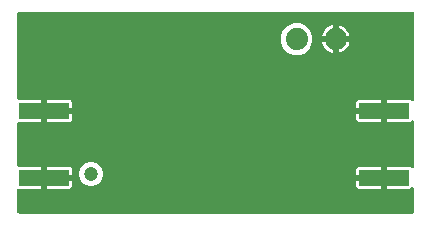
<source format=gbr>
G04 ===== Begin FILE IDENTIFICATION =====*
G04 File Format:  Gerber RS274X*
G04 ===== End FILE IDENTIFICATION =====*
%FSLAX24Y24*%
%MOMM*%
%SFA1.0000B1.0000*%
%OFA0.0B0.0*%
%ADD14R,4.200000X1.350000*%
%ADD15C,1.879600*%
%ADD16C,1.200200*%
%LNcopper_bottom*%
%IPPOS*%
%LPD*%
G75*
G36*
G01X17529Y233671D02*
G01X17531Y233650D01*
G01X17527Y233590D01*
G01Y198210D01*
G01X17542Y198092D01*
G01X17549Y197973D01*
G01X17562Y197935D01*
G01X17567Y197894D01*
G01X17610Y197784D01*
G01X17647Y197671D01*
G01X17669Y197636D01*
G01X17684Y197599D01*
G01X17754Y197502D01*
G01X17817Y197402D01*
G01X17847Y197374D01*
G01X17870Y197341D01*
G01X17962Y197265D01*
G01X18049Y197184D01*
G01X18084Y197164D01*
G01X18115Y197139D01*
G01X18223Y197088D01*
G01X18327Y197030D01*
G01X18367Y197020D01*
G01X18403Y197003D01*
G01X18520Y196981D01*
G01X18635Y196951D01*
G01X18695Y196947D01*
G01X18715Y196943D01*
G01X18736Y196945D01*
G01X18796Y196941D01*
G01X37561D01*
G01Y188920D01*
G01X37576Y188802D01*
G01X37583Y188683D01*
G01X37596Y188645D01*
G01X37601Y188605D01*
G01X37645Y188494D01*
G01X37681Y188381D01*
G01X37703Y188346D01*
G01X37718Y188309D01*
G01X37788Y188213D01*
G01X37851Y188112D01*
G01X37881Y188084D01*
G01X37905Y188052D01*
G01X37996Y187976D01*
G01X38083Y187894D01*
G01X38118Y187875D01*
G01X38149Y187849D01*
G01X38257Y187798D01*
G01X38361Y187741D01*
G01X38401Y187730D01*
G01X38437Y187713D01*
G01X38554Y187691D01*
G01X38669Y187661D01*
G01X38730Y187657D01*
G01X38750Y187653D01*
G01X38770Y187655D01*
G01X38830Y187651D01*
G01X40101D01*
G01Y187649D01*
G01X38830D01*
G01X38712Y187634D01*
G01X38593Y187627D01*
G01X38555Y187614D01*
G01X38515Y187609D01*
G01X38404Y187565D01*
G01X38291Y187529D01*
G01X38256Y187507D01*
G01X38219Y187492D01*
G01X38123Y187422D01*
G01X38022Y187359D01*
G01X37994Y187329D01*
G01X37961Y187305D01*
G01X37886Y187214D01*
G01X37804Y187127D01*
G01X37784Y187092D01*
G01X37759Y187060D01*
G01X37708Y186953D01*
G01X37650Y186849D01*
G01X37640Y186809D01*
G01X37623Y186773D01*
G01X37601Y186656D01*
G01X37571Y186541D01*
G01X37567Y186480D01*
G01X37563Y186460D01*
G01X37565Y186440D01*
G01X37561Y186380D01*
G01Y178359D01*
G01X18796D01*
G01X18678Y178344D01*
G01X18559Y178337D01*
G01X18521Y178324D01*
G01X18480Y178319D01*
G01X18370Y178276D01*
G01X18257Y178239D01*
G01X18222Y178217D01*
G01X18185Y178202D01*
G01X18089Y178133D01*
G01X17988Y178069D01*
G01X17960Y178039D01*
G01X17927Y178016D01*
G01X17851Y177924D01*
G01X17770Y177837D01*
G01X17750Y177802D01*
G01X17725Y177771D01*
G01X17674Y177663D01*
G01X17616Y177559D01*
G01X17606Y177519D01*
G01X17589Y177483D01*
G01X17567Y177366D01*
G01X17537Y177251D01*
G01X17533Y177191D01*
G01X17529Y177171D01*
G01X17531Y177150D01*
G01X17527Y177090D01*
G01Y158496D01*
G01X17542Y158378D01*
G01X17549Y158259D01*
G01X17562Y158221D01*
G01X17567Y158180D01*
G01X17610Y158070D01*
G01X17647Y157957D01*
G01X17669Y157922D01*
G01X17684Y157885D01*
G01X17753Y157789D01*
G01X17817Y157688D01*
G01X17847Y157660D01*
G01X17870Y157627D01*
G01X17962Y157551D01*
G01X18049Y157470D01*
G01X18084Y157450D01*
G01X18115Y157425D01*
G01X18223Y157374D01*
G01X18327Y157316D01*
G01X18367Y157306D01*
G01X18403Y157289D01*
G01X18520Y157267D01*
G01X18635Y157237D01*
G01X18695Y157233D01*
G01X18715Y157229D01*
G01X18736Y157231D01*
G01X18796Y157227D01*
G01X352044D01*
G01X352162Y157242D01*
G01X352281Y157249D01*
G01X352319Y157262D01*
G01X352360Y157267D01*
G01X352470Y157310D01*
G01X352583Y157347D01*
G01X352618Y157369D01*
G01X352655Y157384D01*
G01X352751Y157453D01*
G01X352852Y157517D01*
G01X352880Y157547D01*
G01X352913Y157570D01*
G01X352989Y157662D01*
G01X353070Y157749D01*
G01X353090Y157784D01*
G01X353115Y157815D01*
G01X353166Y157923D01*
G01X353224Y158027D01*
G01X353234Y158067D01*
G01X353251Y158103D01*
G01X353273Y158220D01*
G01X353303Y158335D01*
G01X353307Y158395D01*
G01X353311Y158415D01*
G01X353309Y158436D01*
G01X353313Y158496D01*
G01Y178356D01*
G01X353296Y178494D01*
G01X353283Y178632D01*
G01X353276Y178651D01*
G01X353273Y178671D01*
G01X353222Y178801D01*
G01X353175Y178932D01*
G01X353164Y178948D01*
G01X353156Y178967D01*
G01X353075Y179080D01*
G01X352997Y179195D01*
G01X352981Y179208D01*
G01X352970Y179224D01*
G01X352862Y179314D01*
G01X352758Y179405D01*
G01X352740Y179414D01*
G01X352725Y179427D01*
G01X352599Y179487D01*
G01X352475Y179550D01*
G01X352455Y179554D01*
G01X352437Y179563D01*
G01X352301Y179589D01*
G01X352165Y179619D01*
G01X352144D01*
G01X352125Y179623D01*
G01X351986Y179614D01*
G01X351847Y179610D01*
G01X351827Y179604D01*
G01X351807Y179603D01*
G01X351675Y179560D01*
G01X351541Y179521D01*
G01X351524Y179511D01*
G01X351505Y179505D01*
G01X351387Y179431D01*
G01X351267Y179360D01*
G01X351246Y179341D01*
G01X351236Y179335D01*
G01X351222Y179320D01*
G01X351146Y179253D01*
G01X350760Y178867D01*
G01X350181Y178532D01*
G01X349534Y178359D01*
G01X330739D01*
G01Y186380D01*
G01X330724Y186498D01*
G01X330717Y186617D01*
G01X330704Y186655D01*
G01X330699Y186695D01*
G01X330655Y186806D01*
G01X330619Y186919D01*
G01X330597Y186954D01*
G01X330582Y186991D01*
G01X330512Y187087D01*
G01X330449Y187188D01*
G01X330419Y187216D01*
G01X330395Y187248D01*
G01X330304Y187324D01*
G01X330217Y187406D01*
G01X330182Y187425D01*
G01X330150Y187451D01*
G01X330043Y187502D01*
G01X329939Y187559D01*
G01X329899Y187570D01*
G01X329863Y187587D01*
G01X329746Y187609D01*
G01X329631Y187639D01*
G01X329570Y187643D01*
G01X329550Y187647D01*
G01X329530Y187645D01*
G01X329470Y187649D01*
G01X328199D01*
G01Y187651D01*
G01X329470D01*
G01X329588Y187666D01*
G01X329707Y187673D01*
G01X329745Y187686D01*
G01X329785Y187691D01*
G01X329896Y187735D01*
G01X330009Y187771D01*
G01X330044Y187793D01*
G01X330081Y187808D01*
G01X330177Y187878D01*
G01X330278Y187941D01*
G01X330306Y187971D01*
G01X330338Y187995D01*
G01X330414Y188086D01*
G01X330496Y188173D01*
G01X330515Y188208D01*
G01X330541Y188240D01*
G01X330592Y188347D01*
G01X330649Y188451D01*
G01X330660Y188491D01*
G01X330677Y188527D01*
G01X330699Y188644D01*
G01X330729Y188759D01*
G01X330733Y188820D01*
G01X330737Y188840D01*
G01X330735Y188860D01*
G01X330736Y188876D01*
G01X330737Y188877D01*
G01Y188879D01*
G01X330739Y188920D01*
G01Y196941D01*
G01X349534D01*
G01X350181Y196768D01*
G01X350760Y196433D01*
G01X351146Y196047D01*
G01X351256Y195961D01*
G01X351363Y195873D01*
G01X351382Y195864D01*
G01X351398Y195852D01*
G01X351526Y195796D01*
G01X351651Y195737D01*
G01X351671Y195733D01*
G01X351690Y195725D01*
G01X351828Y195703D01*
G01X351964Y195677D01*
G01X351984Y195679D01*
G01X352004Y195675D01*
G01X352143Y195689D01*
G01X352281Y195697D01*
G01X352300Y195703D01*
G01X352320Y195705D01*
G01X352451Y195752D01*
G01X352583Y195795D01*
G01X352601Y195806D01*
G01X352620Y195813D01*
G01X352734Y195891D01*
G01X352852Y195965D01*
G01X352866Y195980D01*
G01X352883Y195991D01*
G01X352975Y196095D01*
G01X353070Y196197D01*
G01X353080Y196215D01*
G01X353093Y196230D01*
G01X353156Y196354D01*
G01X353224Y196475D01*
G01X353229Y196495D01*
G01X353238Y196513D01*
G01X353268Y196649D01*
G01X353303Y196783D01*
G01X353305Y196811D01*
G01X353308Y196823D01*
G01X353307Y196844D01*
G01X353313Y196944D01*
G01Y234856D01*
G01X353296Y234994D01*
G01X353283Y235132D01*
G01X353276Y235151D01*
G01X353273Y235171D01*
G01X353222Y235301D01*
G01X353175Y235432D01*
G01X353164Y235448D01*
G01X353156Y235467D01*
G01X353075Y235580D01*
G01X352997Y235695D01*
G01X352981Y235708D01*
G01X352970Y235724D01*
G01X352862Y235814D01*
G01X352758Y235905D01*
G01X352740Y235914D01*
G01X352725Y235927D01*
G01X352599Y235987D01*
G01X352475Y236050D01*
G01X352455Y236054D01*
G01X352437Y236063D01*
G01X352301Y236089D01*
G01X352165Y236119D01*
G01X352144D01*
G01X352125Y236123D01*
G01X351986Y236114D01*
G01X351847Y236110D01*
G01X351827Y236104D01*
G01X351807Y236103D01*
G01X351675Y236060D01*
G01X351541Y236021D01*
G01X351524Y236011D01*
G01X351505Y236005D01*
G01X351387Y235930D01*
G01X351267Y235860D01*
G01X351246Y235841D01*
G01X351236Y235835D01*
G01X351222Y235820D01*
G01X351146Y235753D01*
G01X350760Y235367D01*
G01X350181Y235032D01*
G01X349534Y234859D01*
G01X330739D01*
G01Y242880D01*
G01X330724Y242998D01*
G01X330717Y243117D01*
G01X330704Y243155D01*
G01X330699Y243195D01*
G01X330655Y243306D01*
G01X330619Y243419D01*
G01X330597Y243454D01*
G01X330582Y243491D01*
G01X330512Y243587D01*
G01X330449Y243688D01*
G01X330419Y243716D01*
G01X330395Y243748D01*
G01X330304Y243824D01*
G01X330217Y243906D01*
G01X330182Y243925D01*
G01X330150Y243951D01*
G01X330043Y244002D01*
G01X329939Y244059D01*
G01X329899Y244070D01*
G01X329863Y244087D01*
G01X329746Y244109D01*
G01X329631Y244139D01*
G01X329570Y244143D01*
G01X329550Y244147D01*
G01X329530Y244145D01*
G01X329470Y244149D01*
G01X328199D01*
G01Y244151D01*
G01X329470D01*
G01X329588Y244166D01*
G01X329707Y244173D01*
G01X329745Y244186D01*
G01X329785Y244191D01*
G01X329896Y244235D01*
G01X330009Y244271D01*
G01X330044Y244293D01*
G01X330081Y244308D01*
G01X330177Y244378D01*
G01X330278Y244441D01*
G01X330306Y244471D01*
G01X330338Y244495D01*
G01X330414Y244586D01*
G01X330496Y244673D01*
G01X330515Y244708D01*
G01X330541Y244740D01*
G01X330592Y244847D01*
G01X330649Y244951D01*
G01X330660Y244991D01*
G01X330677Y245027D01*
G01X330699Y245144D01*
G01X330729Y245259D01*
G01X330733Y245320D01*
G01X330737Y245340D01*
G01X330735Y245360D01*
G01X330739Y245420D01*
G01Y253441D01*
G01X349534D01*
G01X350181Y253268D01*
G01X350760Y252933D01*
G01X351146Y252547D01*
G01X351256Y252461D01*
G01X351363Y252373D01*
G01X351382Y252364D01*
G01X351398Y252352D01*
G01X351526Y252296D01*
G01X351651Y252237D01*
G01X351671Y252233D01*
G01X351690Y252225D01*
G01X351828Y252203D01*
G01X351964Y252177D01*
G01X351984Y252179D01*
G01X352004Y252175D01*
G01X352143Y252189D01*
G01X352281Y252197D01*
G01X352300Y252203D01*
G01X352320Y252205D01*
G01X352451Y252252D01*
G01X352583Y252295D01*
G01X352601Y252306D01*
G01X352620Y252313D01*
G01X352734Y252391D01*
G01X352852Y252465D01*
G01X352866Y252480D01*
G01X352883Y252491D01*
G01X352975Y252595D01*
G01X353070Y252697D01*
G01X353080Y252715D01*
G01X353093Y252730D01*
G01X353156Y252854D01*
G01X353224Y252975D01*
G01X353229Y252995D01*
G01X353238Y253013D01*
G01X353268Y253149D01*
G01X353303Y253283D01*
G01X353305Y253311D01*
G01X353308Y253323D01*
G01X353307Y253344D01*
G01X353313Y253444D01*
G01Y326644D01*
G01X353298Y326762D01*
G01X353291Y326881D01*
G01X353278Y326919D01*
G01X353273Y326960D01*
G01X353230Y327070D01*
G01X353193Y327183D01*
G01X353171Y327218D01*
G01X353156Y327255D01*
G01X353087Y327351D01*
G01X353023Y327452D01*
G01X352993Y327480D01*
G01X352970Y327513D01*
G01X352878Y327589D01*
G01X352791Y327670D01*
G01X352756Y327690D01*
G01X352725Y327715D01*
G01X352617Y327766D01*
G01X352513Y327824D01*
G01X352473Y327834D01*
G01X352437Y327851D01*
G01X352320Y327873D01*
G01X352205Y327903D01*
G01X352145Y327907D01*
G01X352125Y327911D01*
G01X352104Y327909D01*
G01X352044Y327913D01*
G01X306866D01*
G01Y253441D01*
G01X325661D01*
G01Y246689D01*
G01X304659D01*
G01Y241611D01*
G01X325661D01*
G01Y234859D01*
G01X306866D01*
G01Y196941D01*
G01X325661D01*
G01Y190189D01*
G01X304659D01*
G01Y185111D01*
G01X325661D01*
G01Y178359D01*
G01X306866D01*
G01X306219Y178532D01*
G01X305640Y178867D01*
G01X305167Y179340D01*
G01X304832Y179919D01*
G01X304659Y180566D01*
G01Y185111D01*
G01Y190189D01*
G01Y194734D01*
G01X304832Y195381D01*
G01X305167Y195960D01*
G01X305640Y196433D01*
G01X306219Y196768D01*
G01X306866Y196941D01*
G01Y234859D01*
G01X306219Y235032D01*
G01X305640Y235367D01*
G01X305167Y235840D01*
G01X304832Y236419D01*
G01X304659Y237066D01*
G01Y241611D01*
G01Y246689D01*
G01Y251234D01*
G01X304832Y251881D01*
G01X305167Y252460D01*
G01X305640Y252933D01*
G01X306219Y253268D01*
G01X306866Y253441D01*
G01Y327913D01*
G01X289559D01*
G01Y316485D01*
G01X289816Y316445D01*
G01X291603Y315864D01*
G01X293277Y315011D01*
G01X294798Y313906D01*
G01X296126Y312578D01*
G01X297231Y311057D01*
G01X298084Y309383D01*
G01X298665Y307596D01*
G01X298705Y307339D01*
G01X289559D01*
G01Y302261D01*
G01X298705D01*
G01X298665Y302004D01*
G01X298084Y300217D01*
G01X297231Y298543D01*
G01X296126Y297022D01*
G01X294798Y295694D01*
G01X293277Y294589D01*
G01X291603Y293736D01*
G01X289816Y293155D01*
G01X289559Y293115D01*
G01Y302261D01*
G01Y307339D01*
G01Y316485D01*
G01Y327913D01*
G01X287019D01*
G01Y304801D01*
G01X287021D01*
G01Y304799D01*
G01X287019D01*
G01Y304801D01*
G01Y327913D01*
G01X284481D01*
G01Y316485D01*
G01Y307339D01*
G01X275335D01*
G01Y302261D01*
G01X284481D01*
G01Y293115D01*
G01X284224Y293155D01*
G01X282437Y293736D01*
G01X280763Y294589D01*
G01X279242Y295694D01*
G01X277914Y297022D01*
G01X276809Y298543D01*
G01X275956Y300217D01*
G01X275375Y302004D01*
G01X275335Y302261D01*
G01Y307339D01*
G01X275375Y307596D01*
G01X275956Y309383D01*
G01X276809Y311057D01*
G01X277914Y312578D01*
G01X279242Y313906D01*
G01X280763Y315011D01*
G01X282437Y315864D01*
G01X284224Y316445D01*
G01X284481Y316485D01*
G01Y327913D01*
G01X251335D01*
G01Y318199D01*
G01X256665D01*
G01X261590Y316159D01*
G01X265359Y312390D01*
G01X267399Y307465D01*
G01Y302135D01*
G01X265359Y297210D01*
G01X261590Y293441D01*
G01X256665Y291401D01*
G01X251335D01*
G01X246410Y293441D01*
G01X242641Y297210D01*
G01X240601Y302135D01*
G01Y307465D01*
G01X242641Y312390D01*
G01X246410Y316159D01*
G01X251335Y318199D01*
G01Y327913D01*
G01X77767D01*
G01Y200755D01*
G01X81745D01*
G01X85421Y199233D01*
G01X88235Y196419D01*
G01X89757Y192743D01*
G01Y188765D01*
G01X88235Y185089D01*
G01X85421Y182275D01*
G01X81745Y180753D01*
G01X77767D01*
G01X74091Y182275D01*
G01X71277Y185089D01*
G01X69755Y188765D01*
G01Y192743D01*
G01X71277Y196419D01*
G01X74091Y199233D01*
G01X77767Y200755D01*
G01Y327913D01*
G01X42639D01*
G01Y253441D01*
G01X61434D01*
G01X62081Y253268D01*
G01X62660Y252933D01*
G01X63133Y252460D01*
G01X63468Y251881D01*
G01X63641Y251234D01*
G01Y246689D01*
G01X42639D01*
G01Y241611D01*
G01X63641D01*
G01Y237066D01*
G01X63468Y236419D01*
G01X63133Y235840D01*
G01X62660Y235367D01*
G01X62081Y235032D01*
G01X61434Y234859D01*
G01X42639D01*
G01Y196941D01*
G01X61434D01*
G01X62081Y196768D01*
G01X62660Y196433D01*
G01X63133Y195960D01*
G01X63468Y195381D01*
G01X63641Y194734D01*
G01Y190189D01*
G01X42639D01*
G01Y185111D01*
G01X63641D01*
G01Y180566D01*
G01X63468Y179919D01*
G01X63133Y179340D01*
G01X62660Y178867D01*
G01X62081Y178532D01*
G01X61434Y178359D01*
G01X42639D01*
G01Y185111D01*
G01Y190189D01*
G01Y196941D01*
G01Y234859D01*
G01Y241611D01*
G01Y246689D01*
G01Y253441D01*
G01Y327913D01*
G01X18796D01*
G01X18678Y327898D01*
G01X18559Y327891D01*
G01X18521Y327878D01*
G01X18480Y327873D01*
G01X18370Y327830D01*
G01X18257Y327793D01*
G01X18222Y327771D01*
G01X18185Y327756D01*
G01X18089Y327687D01*
G01X17988Y327623D01*
G01X17960Y327593D01*
G01X17927Y327570D01*
G01X17851Y327478D01*
G01X17770Y327391D01*
G01X17750Y327356D01*
G01X17725Y327325D01*
G01X17674Y327217D01*
G01X17616Y327113D01*
G01X17606Y327073D01*
G01X17589Y327037D01*
G01X17567Y326920D01*
G01X17537Y326805D01*
G01X17533Y326745D01*
G01X17529Y326725D01*
G01X17531Y326704D01*
G01X17527Y326644D01*
G01Y254710D01*
G01X17542Y254592D01*
G01X17549Y254473D01*
G01X17562Y254435D01*
G01X17567Y254394D01*
G01X17610Y254284D01*
G01X17647Y254171D01*
G01X17669Y254136D01*
G01X17684Y254099D01*
G01X17754Y254002D01*
G01X17817Y253902D01*
G01X17847Y253874D01*
G01X17870Y253841D01*
G01X17962Y253765D01*
G01X18049Y253684D01*
G01X18084Y253664D01*
G01X18115Y253639D01*
G01X18223Y253588D01*
G01X18327Y253530D01*
G01X18367Y253520D01*
G01X18403Y253503D01*
G01X18520Y253481D01*
G01X18635Y253451D01*
G01X18695Y253447D01*
G01X18715Y253443D01*
G01X18736Y253445D01*
G01X18796Y253441D01*
G01X37561D01*
G01Y245420D01*
G01X37576Y245302D01*
G01X37583Y245183D01*
G01X37596Y245145D01*
G01X37601Y245105D01*
G01X37644Y244994D01*
G01X37681Y244881D01*
G01X37703Y244846D01*
G01X37718Y244809D01*
G01X37788Y244713D01*
G01X37851Y244612D01*
G01X37881Y244584D01*
G01X37905Y244552D01*
G01X37996Y244476D01*
G01X38083Y244394D01*
G01X38118Y244375D01*
G01X38149Y244349D01*
G01X38257Y244298D01*
G01X38361Y244241D01*
G01X38401Y244230D01*
G01X38437Y244213D01*
G01X38554Y244191D01*
G01X38669Y244161D01*
G01X38730Y244157D01*
G01X38750Y244153D01*
G01X38770Y244155D01*
G01X38830Y244151D01*
G01X40101D01*
G01Y244149D01*
G01X38830D01*
G01X38712Y244134D01*
G01X38593Y244127D01*
G01X38555Y244114D01*
G01X38515Y244109D01*
G01X38404Y244065D01*
G01X38291Y244029D01*
G01X38256Y244007D01*
G01X38219Y243992D01*
G01X38123Y243922D01*
G01X38022Y243859D01*
G01X37994Y243829D01*
G01X37961Y243805D01*
G01X37886Y243714D01*
G01X37804Y243627D01*
G01X37784Y243592D01*
G01X37759Y243560D01*
G01X37708Y243453D01*
G01X37650Y243349D01*
G01X37640Y243309D01*
G01X37623Y243273D01*
G01X37601Y243156D01*
G01X37571Y243041D01*
G01X37567Y242980D01*
G01X37563Y242960D01*
G01X37565Y242940D01*
G01X37561Y242880D01*
G01Y234859D01*
G01X18796D01*
G01X18678Y234844D01*
G01X18559Y234837D01*
G01X18521Y234824D01*
G01X18480Y234819D01*
G01X18370Y234776D01*
G01X18257Y234739D01*
G01X18222Y234717D01*
G01X18185Y234702D01*
G01X18089Y234633D01*
G01X17988Y234569D01*
G01X17960Y234539D01*
G01X17927Y234516D01*
G01X17851Y234424D01*
G01X17770Y234337D01*
G01X17750Y234302D01*
G01X17725Y234271D01*
G01X17674Y234163D01*
G01X17616Y234059D01*
G01X17606Y234019D01*
G01X17589Y233983D01*
G01X17567Y233866D01*
G01X17537Y233751D01*
G01X17533Y233691D01*
G01X17529Y233671D01*
G37*
D14*
X328200Y187650D03*
Y244150D03*
X40100D03*
Y187650D03*
D15*
X254000Y304800D03*
X287020D03*
D16*
X75438Y237490D03*
X102870Y190500D03*
X127000Y193040D03*
X169418Y233680D03*
X195834D03*
X194310Y197104D03*
X216408Y197358D03*
X285750Y271780D03*
X135890Y237490D03*
X285750Y195580D03*
X93472Y257556D03*
X260350Y238760D03*
X146050Y262890D03*
X283210Y237490D03*
X240030Y196850D03*
X107950Y240030D03*
X265430Y194310D03*
X184150Y262890D03*
X240030Y240030D03*
X79756Y190754D03*
G36*
G01X17529Y233671D02*
G01X17531Y233650D01*
G01X17527Y233590D01*
G01Y198210D01*
G01X17542Y198092D01*
G01X17549Y197973D01*
G01X17562Y197935D01*
G01X17567Y197894D01*
G01X17610Y197784D01*
G01X17647Y197671D01*
G01X17669Y197636D01*
G01X17684Y197599D01*
G01X17754Y197502D01*
G01X17817Y197402D01*
G01X17847Y197374D01*
G01X17870Y197341D01*
G01X17962Y197265D01*
G01X18049Y197184D01*
G01X18084Y197164D01*
G01X18115Y197139D01*
G01X18223Y197088D01*
G01X18327Y197030D01*
G01X18367Y197020D01*
G01X18403Y197003D01*
G01X18520Y196981D01*
G01X18635Y196951D01*
G01X18695Y196947D01*
G01X18715Y196943D01*
G01X18736Y196945D01*
G01X18796Y196941D01*
G01X37561D01*
G01Y188920D01*
G01X37576Y188802D01*
G01X37583Y188683D01*
G01X37596Y188645D01*
G01X37601Y188605D01*
G01X37645Y188494D01*
G01X37681Y188381D01*
G01X37703Y188346D01*
G01X37718Y188309D01*
G01X37788Y188213D01*
G01X37851Y188112D01*
G01X37881Y188084D01*
G01X37905Y188052D01*
G01X37996Y187976D01*
G01X38083Y187894D01*
G01X38118Y187875D01*
G01X38149Y187849D01*
G01X38257Y187798D01*
G01X38361Y187741D01*
G01X38401Y187730D01*
G01X38437Y187713D01*
G01X38554Y187691D01*
G01X38669Y187661D01*
G01X38730Y187657D01*
G01X38750Y187653D01*
G01X38770Y187655D01*
G01X38830Y187651D01*
G01X40101D01*
G01Y187649D01*
G01X38830D01*
G01X38712Y187634D01*
G01X38593Y187627D01*
G01X38555Y187614D01*
G01X38515Y187609D01*
G01X38404Y187565D01*
G01X38291Y187529D01*
G01X38256Y187507D01*
G01X38219Y187492D01*
G01X38123Y187422D01*
G01X38022Y187359D01*
G01X37994Y187329D01*
G01X37961Y187305D01*
G01X37886Y187214D01*
G01X37804Y187127D01*
G01X37784Y187092D01*
G01X37759Y187060D01*
G01X37708Y186953D01*
G01X37650Y186849D01*
G01X37640Y186809D01*
G01X37623Y186773D01*
G01X37601Y186656D01*
G01X37571Y186541D01*
G01X37567Y186480D01*
G01X37563Y186460D01*
G01X37565Y186440D01*
G01X37561Y186380D01*
G01Y178359D01*
G01X18796D01*
G01X18678Y178344D01*
G01X18559Y178337D01*
G01X18521Y178324D01*
G01X18480Y178319D01*
G01X18370Y178276D01*
G01X18257Y178239D01*
G01X18222Y178217D01*
G01X18185Y178202D01*
G01X18089Y178133D01*
G01X17988Y178069D01*
G01X17960Y178039D01*
G01X17927Y178016D01*
G01X17851Y177924D01*
G01X17770Y177837D01*
G01X17750Y177802D01*
G01X17725Y177771D01*
G01X17674Y177663D01*
G01X17616Y177559D01*
G01X17606Y177519D01*
G01X17589Y177483D01*
G01X17567Y177366D01*
G01X17537Y177251D01*
G01X17533Y177191D01*
G01X17529Y177171D01*
G01X17531Y177150D01*
G01X17527Y177090D01*
G01Y158496D01*
G01X17542Y158378D01*
G01X17549Y158259D01*
G01X17562Y158221D01*
G01X17567Y158180D01*
G01X17610Y158070D01*
G01X17647Y157957D01*
G01X17669Y157922D01*
G01X17684Y157885D01*
G01X17753Y157789D01*
G01X17817Y157688D01*
G01X17847Y157660D01*
G01X17870Y157627D01*
G01X17962Y157551D01*
G01X18049Y157470D01*
G01X18084Y157450D01*
G01X18115Y157425D01*
G01X18223Y157374D01*
G01X18327Y157316D01*
G01X18367Y157306D01*
G01X18403Y157289D01*
G01X18520Y157267D01*
G01X18635Y157237D01*
G01X18695Y157233D01*
G01X18715Y157229D01*
G01X18736Y157231D01*
G01X18796Y157227D01*
G01X352044D01*
G01X352162Y157242D01*
G01X352281Y157249D01*
G01X352319Y157262D01*
G01X352360Y157267D01*
G01X352470Y157310D01*
G01X352583Y157347D01*
G01X352618Y157369D01*
G01X352655Y157384D01*
G01X352751Y157453D01*
G01X352852Y157517D01*
G01X352880Y157547D01*
G01X352913Y157570D01*
G01X352989Y157662D01*
G01X353070Y157749D01*
G01X353090Y157784D01*
G01X353115Y157815D01*
G01X353166Y157923D01*
G01X353224Y158027D01*
G01X353234Y158067D01*
G01X353251Y158103D01*
G01X353273Y158220D01*
G01X353303Y158335D01*
G01X353307Y158395D01*
G01X353311Y158415D01*
G01X353309Y158436D01*
G01X353313Y158496D01*
G01Y178356D01*
G01X353296Y178494D01*
G01X353283Y178632D01*
G01X353276Y178651D01*
G01X353273Y178671D01*
G01X353222Y178801D01*
G01X353175Y178932D01*
G01X353164Y178948D01*
G01X353156Y178967D01*
G01X353075Y179080D01*
G01X352997Y179195D01*
G01X352981Y179208D01*
G01X352970Y179224D01*
G01X352862Y179314D01*
G01X352758Y179405D01*
G01X352740Y179414D01*
G01X352725Y179427D01*
G01X352599Y179487D01*
G01X352475Y179550D01*
G01X352455Y179554D01*
G01X352437Y179563D01*
G01X352301Y179589D01*
G01X352165Y179619D01*
G01X352144D01*
G01X352125Y179623D01*
G01X351986Y179614D01*
G01X351847Y179610D01*
G01X351827Y179604D01*
G01X351807Y179603D01*
G01X351675Y179560D01*
G01X351541Y179521D01*
G01X351524Y179511D01*
G01X351505Y179505D01*
G01X351387Y179431D01*
G01X351267Y179360D01*
G01X351246Y179341D01*
G01X351236Y179335D01*
G01X351222Y179320D01*
G01X351146Y179253D01*
G01X350760Y178867D01*
G01X350181Y178532D01*
G01X349534Y178359D01*
G01X330739D01*
G01Y186380D01*
G01X330724Y186498D01*
G01X330717Y186617D01*
G01X330704Y186655D01*
G01X330699Y186695D01*
G01X330655Y186806D01*
G01X330619Y186919D01*
G01X330597Y186954D01*
G01X330582Y186991D01*
G01X330512Y187087D01*
G01X330449Y187188D01*
G01X330419Y187216D01*
G01X330395Y187248D01*
G01X330304Y187324D01*
G01X330217Y187406D01*
G01X330182Y187425D01*
G01X330150Y187451D01*
G01X330043Y187502D01*
G01X329939Y187559D01*
G01X329899Y187570D01*
G01X329863Y187587D01*
G01X329746Y187609D01*
G01X329631Y187639D01*
G01X329570Y187643D01*
G01X329550Y187647D01*
G01X329530Y187645D01*
G01X329470Y187649D01*
G01X328199D01*
G01Y187651D01*
G01X329470D01*
G01X329588Y187666D01*
G01X329707Y187673D01*
G01X329745Y187686D01*
G01X329785Y187691D01*
G01X329896Y187735D01*
G01X330009Y187771D01*
G01X330044Y187793D01*
G01X330081Y187808D01*
G01X330177Y187878D01*
G01X330278Y187941D01*
G01X330306Y187971D01*
G01X330338Y187995D01*
G01X330414Y188086D01*
G01X330496Y188173D01*
G01X330515Y188208D01*
G01X330541Y188240D01*
G01X330592Y188347D01*
G01X330649Y188451D01*
G01X330660Y188491D01*
G01X330677Y188527D01*
G01X330699Y188644D01*
G01X330729Y188759D01*
G01X330733Y188820D01*
G01X330737Y188840D01*
G01X330735Y188860D01*
G01X330736Y188876D01*
G01X330737Y188877D01*
G01Y188879D01*
G01X330739Y188920D01*
G01Y196941D01*
G01X349534D01*
G01X350181Y196768D01*
G01X350760Y196433D01*
G01X351146Y196047D01*
G01X351256Y195961D01*
G01X351363Y195873D01*
G01X351382Y195864D01*
G01X351398Y195852D01*
G01X351526Y195796D01*
G01X351651Y195737D01*
G01X351671Y195733D01*
G01X351690Y195725D01*
G01X351828Y195703D01*
G01X351964Y195677D01*
G01X351984Y195679D01*
G01X352004Y195675D01*
G01X352143Y195689D01*
G01X352281Y195697D01*
G01X352300Y195703D01*
G01X352320Y195705D01*
G01X352451Y195752D01*
G01X352583Y195795D01*
G01X352601Y195806D01*
G01X352620Y195813D01*
G01X352734Y195891D01*
G01X352852Y195965D01*
G01X352866Y195980D01*
G01X352883Y195991D01*
G01X352975Y196095D01*
G01X353070Y196197D01*
G01X353080Y196215D01*
G01X353093Y196230D01*
G01X353156Y196354D01*
G01X353224Y196475D01*
G01X353229Y196495D01*
G01X353238Y196513D01*
G01X353268Y196649D01*
G01X353303Y196783D01*
G01X353305Y196811D01*
G01X353308Y196823D01*
G01X353307Y196844D01*
G01X353313Y196944D01*
G01Y234856D01*
G01X353296Y234994D01*
G01X353283Y235132D01*
G01X353276Y235151D01*
G01X353273Y235171D01*
G01X353222Y235301D01*
G01X353175Y235432D01*
G01X353164Y235448D01*
G01X353156Y235467D01*
G01X353075Y235580D01*
G01X352997Y235695D01*
G01X352981Y235708D01*
G01X352970Y235724D01*
G01X352862Y235814D01*
G01X352758Y235905D01*
G01X352740Y235914D01*
G01X352725Y235927D01*
G01X352599Y235987D01*
G01X352475Y236050D01*
G01X352455Y236054D01*
G01X352437Y236063D01*
G01X352301Y236089D01*
G01X352165Y236119D01*
G01X352144D01*
G01X352125Y236123D01*
G01X351986Y236114D01*
G01X351847Y236110D01*
G01X351827Y236104D01*
G01X351807Y236103D01*
G01X351675Y236060D01*
G01X351541Y236021D01*
G01X351524Y236011D01*
G01X351505Y236005D01*
G01X351387Y235930D01*
G01X351267Y235860D01*
G01X351246Y235841D01*
G01X351236Y235835D01*
G01X351222Y235820D01*
G01X351146Y235753D01*
G01X350760Y235367D01*
G01X350181Y235032D01*
G01X349534Y234859D01*
G01X330739D01*
G01Y242880D01*
G01X330724Y242998D01*
G01X330717Y243117D01*
G01X330704Y243155D01*
G01X330699Y243195D01*
G01X330655Y243306D01*
G01X330619Y243419D01*
G01X330597Y243454D01*
G01X330582Y243491D01*
G01X330512Y243587D01*
G01X330449Y243688D01*
G01X330419Y243716D01*
G01X330395Y243748D01*
G01X330304Y243824D01*
G01X330217Y243906D01*
G01X330182Y243925D01*
G01X330150Y243951D01*
G01X330043Y244002D01*
G01X329939Y244059D01*
G01X329899Y244070D01*
G01X329863Y244087D01*
G01X329746Y244109D01*
G01X329631Y244139D01*
G01X329570Y244143D01*
G01X329550Y244147D01*
G01X329530Y244145D01*
G01X329470Y244149D01*
G01X328199D01*
G01Y244151D01*
G01X329470D01*
G01X329588Y244166D01*
G01X329707Y244173D01*
G01X329745Y244186D01*
G01X329785Y244191D01*
G01X329896Y244235D01*
G01X330009Y244271D01*
G01X330044Y244293D01*
G01X330081Y244308D01*
G01X330177Y244378D01*
G01X330278Y244441D01*
G01X330306Y244471D01*
G01X330338Y244495D01*
G01X330414Y244586D01*
G01X330496Y244673D01*
G01X330515Y244708D01*
G01X330541Y244740D01*
G01X330592Y244847D01*
G01X330649Y244951D01*
G01X330660Y244991D01*
G01X330677Y245027D01*
G01X330699Y245144D01*
G01X330729Y245259D01*
G01X330733Y245320D01*
G01X330737Y245340D01*
G01X330735Y245360D01*
G01X330739Y245420D01*
G01Y253441D01*
G01X349534D01*
G01X350181Y253268D01*
G01X350760Y252933D01*
G01X351146Y252547D01*
G01X351256Y252461D01*
G01X351363Y252373D01*
G01X351382Y252364D01*
G01X351398Y252352D01*
G01X351526Y252296D01*
G01X351651Y252237D01*
G01X351671Y252233D01*
G01X351690Y252225D01*
G01X351828Y252203D01*
G01X351964Y252177D01*
G01X351984Y252179D01*
G01X352004Y252175D01*
G01X352143Y252189D01*
G01X352281Y252197D01*
G01X352300Y252203D01*
G01X352320Y252205D01*
G01X352451Y252252D01*
G01X352583Y252295D01*
G01X352601Y252306D01*
G01X352620Y252313D01*
G01X352734Y252391D01*
G01X352852Y252465D01*
G01X352866Y252480D01*
G01X352883Y252491D01*
G01X352975Y252595D01*
G01X353070Y252697D01*
G01X353080Y252715D01*
G01X353093Y252730D01*
G01X353156Y252854D01*
G01X353224Y252975D01*
G01X353229Y252995D01*
G01X353238Y253013D01*
G01X353268Y253149D01*
G01X353303Y253283D01*
G01X353305Y253311D01*
G01X353308Y253323D01*
G01X353307Y253344D01*
G01X353313Y253444D01*
G01Y326644D01*
G01X353298Y326762D01*
G01X353291Y326881D01*
G01X353278Y326919D01*
G01X353273Y326960D01*
G01X353230Y327070D01*
G01X353193Y327183D01*
G01X353171Y327218D01*
G01X353156Y327255D01*
G01X353087Y327351D01*
G01X353023Y327452D01*
G01X352993Y327480D01*
G01X352970Y327513D01*
G01X352878Y327589D01*
G01X352791Y327670D01*
G01X352756Y327690D01*
G01X352725Y327715D01*
G01X352617Y327766D01*
G01X352513Y327824D01*
G01X352473Y327834D01*
G01X352437Y327851D01*
G01X352320Y327873D01*
G01X352205Y327903D01*
G01X352145Y327907D01*
G01X352125Y327911D01*
G01X352104Y327909D01*
G01X352044Y327913D01*
G01X306866D01*
G01Y253441D01*
G01X325661D01*
G01Y246689D01*
G01X304659D01*
G01Y241611D01*
G01X325661D01*
G01Y234859D01*
G01X306866D01*
G01Y196941D01*
G01X325661D01*
G01Y190189D01*
G01X304659D01*
G01Y185111D01*
G01X325661D01*
G01Y178359D01*
G01X306866D01*
G01X306219Y178532D01*
G01X305640Y178867D01*
G01X305167Y179340D01*
G01X304832Y179919D01*
G01X304659Y180566D01*
G01Y185111D01*
G01Y190189D01*
G01Y194734D01*
G01X304832Y195381D01*
G01X305167Y195960D01*
G01X305640Y196433D01*
G01X306219Y196768D01*
G01X306866Y196941D01*
G01Y234859D01*
G01X306219Y235032D01*
G01X305640Y235367D01*
G01X305167Y235840D01*
G01X304832Y236419D01*
G01X304659Y237066D01*
G01Y241611D01*
G01Y246689D01*
G01Y251234D01*
G01X304832Y251881D01*
G01X305167Y252460D01*
G01X305640Y252933D01*
G01X306219Y253268D01*
G01X306866Y253441D01*
G01Y327913D01*
G01X289559D01*
G01Y316485D01*
G01X289816Y316445D01*
G01X291603Y315864D01*
G01X293277Y315011D01*
G01X294798Y313906D01*
G01X296126Y312578D01*
G01X297231Y311057D01*
G01X298084Y309383D01*
G01X298665Y307596D01*
G01X298705Y307339D01*
G01X289559D01*
G01Y302261D01*
G01X298705D01*
G01X298665Y302004D01*
G01X298084Y300217D01*
G01X297231Y298543D01*
G01X296126Y297022D01*
G01X294798Y295694D01*
G01X293277Y294589D01*
G01X291603Y293736D01*
G01X289816Y293155D01*
G01X289559Y293115D01*
G01Y302261D01*
G01Y307339D01*
G01Y316485D01*
G01Y327913D01*
G01X287019D01*
G01Y304801D01*
G01X287021D01*
G01Y304799D01*
G01X287019D01*
G01Y304801D01*
G01Y327913D01*
G01X284481D01*
G01Y316485D01*
G01Y307339D01*
G01X275335D01*
G01Y302261D01*
G01X284481D01*
G01Y293115D01*
G01X284224Y293155D01*
G01X282437Y293736D01*
G01X280763Y294589D01*
G01X279242Y295694D01*
G01X277914Y297022D01*
G01X276809Y298543D01*
G01X275956Y300217D01*
G01X275375Y302004D01*
G01X275335Y302261D01*
G01Y307339D01*
G01X275375Y307596D01*
G01X275956Y309383D01*
G01X276809Y311057D01*
G01X277914Y312578D01*
G01X279242Y313906D01*
G01X280763Y315011D01*
G01X282437Y315864D01*
G01X284224Y316445D01*
G01X284481Y316485D01*
G01Y327913D01*
G01X251335D01*
G01Y318199D01*
G01X256665D01*
G01X261590Y316159D01*
G01X265359Y312390D01*
G01X267399Y307465D01*
G01Y302135D01*
G01X265359Y297210D01*
G01X261590Y293441D01*
G01X256665Y291401D01*
G01X251335D01*
G01X246410Y293441D01*
G01X242641Y297210D01*
G01X240601Y302135D01*
G01Y307465D01*
G01X242641Y312390D01*
G01X246410Y316159D01*
G01X251335Y318199D01*
G01Y327913D01*
G01X77767D01*
G01Y200755D01*
G01X81745D01*
G01X85421Y199233D01*
G01X88235Y196419D01*
G01X89757Y192743D01*
G01Y188765D01*
G01X88235Y185089D01*
G01X85421Y182275D01*
G01X81745Y180753D01*
G01X77767D01*
G01X74091Y182275D01*
G01X71277Y185089D01*
G01X69755Y188765D01*
G01Y192743D01*
G01X71277Y196419D01*
G01X74091Y199233D01*
G01X77767Y200755D01*
G01Y327913D01*
G01X42639D01*
G01Y253441D01*
G01X61434D01*
G01X62081Y253268D01*
G01X62660Y252933D01*
G01X63133Y252460D01*
G01X63468Y251881D01*
G01X63641Y251234D01*
G01Y246689D01*
G01X42639D01*
G01Y241611D01*
G01X63641D01*
G01Y237066D01*
G01X63468Y236419D01*
G01X63133Y235840D01*
G01X62660Y235367D01*
G01X62081Y235032D01*
G01X61434Y234859D01*
G01X42639D01*
G01Y196941D01*
G01X61434D01*
G01X62081Y196768D01*
G01X62660Y196433D01*
G01X63133Y195960D01*
G01X63468Y195381D01*
G01X63641Y194734D01*
G01Y190189D01*
G01X42639D01*
G01Y185111D01*
G01X63641D01*
G01Y180566D01*
G01X63468Y179919D01*
G01X63133Y179340D01*
G01X62660Y178867D01*
G01X62081Y178532D01*
G01X61434Y178359D01*
G01X42639D01*
G01Y185111D01*
G01Y190189D01*
G01Y196941D01*
G01Y234859D01*
G01Y241611D01*
G01Y246689D01*
G01Y253441D01*
G01Y327913D01*
G01X18796D01*
G01X18678Y327898D01*
G01X18559Y327891D01*
G01X18521Y327878D01*
G01X18480Y327873D01*
G01X18370Y327830D01*
G01X18257Y327793D01*
G01X18222Y327771D01*
G01X18185Y327756D01*
G01X18089Y327687D01*
G01X17988Y327623D01*
G01X17960Y327593D01*
G01X17927Y327570D01*
G01X17851Y327478D01*
G01X17770Y327391D01*
G01X17750Y327356D01*
G01X17725Y327325D01*
G01X17674Y327217D01*
G01X17616Y327113D01*
G01X17606Y327073D01*
G01X17589Y327037D01*
G01X17567Y326920D01*
G01X17537Y326805D01*
G01X17533Y326745D01*
G01X17529Y326725D01*
G01X17531Y326704D01*
G01X17527Y326644D01*
G01Y254710D01*
G01X17542Y254592D01*
G01X17549Y254473D01*
G01X17562Y254435D01*
G01X17567Y254394D01*
G01X17610Y254284D01*
G01X17647Y254171D01*
G01X17669Y254136D01*
G01X17684Y254099D01*
G01X17754Y254002D01*
G01X17817Y253902D01*
G01X17847Y253874D01*
G01X17870Y253841D01*
G01X17962Y253765D01*
G01X18049Y253684D01*
G01X18084Y253664D01*
G01X18115Y253639D01*
G01X18223Y253588D01*
G01X18327Y253530D01*
G01X18367Y253520D01*
G01X18403Y253503D01*
G01X18520Y253481D01*
G01X18635Y253451D01*
G01X18695Y253447D01*
G01X18715Y253443D01*
G01X18736Y253445D01*
G01X18796Y253441D01*
G01X37561D01*
G01Y245420D01*
G01X37576Y245302D01*
G01X37583Y245183D01*
G01X37596Y245145D01*
G01X37601Y245105D01*
G01X37644Y244994D01*
G01X37681Y244881D01*
G01X37703Y244846D01*
G01X37718Y244809D01*
G01X37788Y244713D01*
G01X37851Y244612D01*
G01X37881Y244584D01*
G01X37905Y244552D01*
G01X37996Y244476D01*
G01X38083Y244394D01*
G01X38118Y244375D01*
G01X38149Y244349D01*
G01X38257Y244298D01*
G01X38361Y244241D01*
G01X38401Y244230D01*
G01X38437Y244213D01*
G01X38554Y244191D01*
G01X38669Y244161D01*
G01X38730Y244157D01*
G01X38750Y244153D01*
G01X38770Y244155D01*
G01X38830Y244151D01*
G01X40101D01*
G01Y244149D01*
G01X38830D01*
G01X38712Y244134D01*
G01X38593Y244127D01*
G01X38555Y244114D01*
G01X38515Y244109D01*
G01X38404Y244065D01*
G01X38291Y244029D01*
G01X38256Y244007D01*
G01X38219Y243992D01*
G01X38123Y243922D01*
G01X38022Y243859D01*
G01X37994Y243829D01*
G01X37961Y243805D01*
G01X37886Y243714D01*
G01X37804Y243627D01*
G01X37784Y243592D01*
G01X37759Y243560D01*
G01X37708Y243453D01*
G01X37650Y243349D01*
G01X37640Y243309D01*
G01X37623Y243273D01*
G01X37601Y243156D01*
G01X37571Y243041D01*
G01X37567Y242980D01*
G01X37563Y242960D01*
G01X37565Y242940D01*
G01X37561Y242880D01*
G01Y234859D01*
G01X18796D01*
G01X18678Y234844D01*
G01X18559Y234837D01*
G01X18521Y234824D01*
G01X18480Y234819D01*
G01X18370Y234776D01*
G01X18257Y234739D01*
G01X18222Y234717D01*
G01X18185Y234702D01*
G01X18089Y234633D01*
G01X17988Y234569D01*
G01X17960Y234539D01*
G01X17927Y234516D01*
G01X17851Y234424D01*
G01X17770Y234337D01*
G01X17750Y234302D01*
G01X17725Y234271D01*
G01X17674Y234163D01*
G01X17616Y234059D01*
G01X17606Y234019D01*
G01X17589Y233983D01*
G01X17567Y233866D01*
G01X17537Y233751D01*
G01X17533Y233691D01*
G01X17529Y233671D01*
G37*
D14*
X328200Y187650D03*
Y244150D03*
X40100D03*
Y187650D03*
D15*
X254000Y304800D03*
X287020D03*
D16*
X75438Y237490D03*
X102870Y190500D03*
X127000Y193040D03*
X169418Y233680D03*
X195834D03*
X194310Y197104D03*
X216408Y197358D03*
X285750Y271780D03*
X135890Y237490D03*
X285750Y195580D03*
X93472Y257556D03*
X260350Y238760D03*
X146050Y262890D03*
X283210Y237490D03*
X240030Y196850D03*
X107950Y240030D03*
X265430Y194310D03*
X184150Y262890D03*
X240030Y240030D03*
X79756Y190754D03*
G36*
G01X17529Y233671D02*
G01X17531Y233650D01*
G01X17527Y233590D01*
G01Y198210D01*
G01X17542Y198092D01*
G01X17549Y197973D01*
G01X17562Y197935D01*
G01X17567Y197894D01*
G01X17610Y197784D01*
G01X17647Y197671D01*
G01X17669Y197636D01*
G01X17684Y197599D01*
G01X17754Y197502D01*
G01X17817Y197402D01*
G01X17847Y197374D01*
G01X17870Y197341D01*
G01X17962Y197265D01*
G01X18049Y197184D01*
G01X18084Y197164D01*
G01X18115Y197139D01*
G01X18223Y197088D01*
G01X18327Y197030D01*
G01X18367Y197020D01*
G01X18403Y197003D01*
G01X18520Y196981D01*
G01X18635Y196951D01*
G01X18695Y196947D01*
G01X18715Y196943D01*
G01X18736Y196945D01*
G01X18796Y196941D01*
G01X37561D01*
G01Y188920D01*
G01X37576Y188802D01*
G01X37583Y188683D01*
G01X37596Y188645D01*
G01X37601Y188605D01*
G01X37645Y188494D01*
G01X37681Y188381D01*
G01X37703Y188346D01*
G01X37718Y188309D01*
G01X37788Y188213D01*
G01X37851Y188112D01*
G01X37881Y188084D01*
G01X37905Y188052D01*
G01X37996Y187976D01*
G01X38083Y187894D01*
G01X38118Y187875D01*
G01X38149Y187849D01*
G01X38257Y187798D01*
G01X38361Y187741D01*
G01X38401Y187730D01*
G01X38437Y187713D01*
G01X38554Y187691D01*
G01X38669Y187661D01*
G01X38730Y187657D01*
G01X38750Y187653D01*
G01X38770Y187655D01*
G01X38830Y187651D01*
G01X40101D01*
G01Y187649D01*
G01X38830D01*
G01X38712Y187634D01*
G01X38593Y187627D01*
G01X38555Y187614D01*
G01X38515Y187609D01*
G01X38404Y187565D01*
G01X38291Y187529D01*
G01X38256Y187507D01*
G01X38219Y187492D01*
G01X38123Y187422D01*
G01X38022Y187359D01*
G01X37994Y187329D01*
G01X37961Y187305D01*
G01X37886Y187214D01*
G01X37804Y187127D01*
G01X37784Y187092D01*
G01X37759Y187060D01*
G01X37708Y186953D01*
G01X37650Y186849D01*
G01X37640Y186809D01*
G01X37623Y186773D01*
G01X37601Y186656D01*
G01X37571Y186541D01*
G01X37567Y186480D01*
G01X37563Y186460D01*
G01X37565Y186440D01*
G01X37561Y186380D01*
G01Y178359D01*
G01X18796D01*
G01X18678Y178344D01*
G01X18559Y178337D01*
G01X18521Y178324D01*
G01X18480Y178319D01*
G01X18370Y178276D01*
G01X18257Y178239D01*
G01X18222Y178217D01*
G01X18185Y178202D01*
G01X18089Y178133D01*
G01X17988Y178069D01*
G01X17960Y178039D01*
G01X17927Y178016D01*
G01X17851Y177924D01*
G01X17770Y177837D01*
G01X17750Y177802D01*
G01X17725Y177771D01*
G01X17674Y177663D01*
G01X17616Y177559D01*
G01X17606Y177519D01*
G01X17589Y177483D01*
G01X17567Y177366D01*
G01X17537Y177251D01*
G01X17533Y177191D01*
G01X17529Y177171D01*
G01X17531Y177150D01*
G01X17527Y177090D01*
G01Y158496D01*
G01X17542Y158378D01*
G01X17549Y158259D01*
G01X17562Y158221D01*
G01X17567Y158180D01*
G01X17610Y158070D01*
G01X17647Y157957D01*
G01X17669Y157922D01*
G01X17684Y157885D01*
G01X17753Y157789D01*
G01X17817Y157688D01*
G01X17847Y157660D01*
G01X17870Y157627D01*
G01X17962Y157551D01*
G01X18049Y157470D01*
G01X18084Y157450D01*
G01X18115Y157425D01*
G01X18223Y157374D01*
G01X18327Y157316D01*
G01X18367Y157306D01*
G01X18403Y157289D01*
G01X18520Y157267D01*
G01X18635Y157237D01*
G01X18695Y157233D01*
G01X18715Y157229D01*
G01X18736Y157231D01*
G01X18796Y157227D01*
G01X352044D01*
G01X352162Y157242D01*
G01X352281Y157249D01*
G01X352319Y157262D01*
G01X352360Y157267D01*
G01X352470Y157310D01*
G01X352583Y157347D01*
G01X352618Y157369D01*
G01X352655Y157384D01*
G01X352751Y157453D01*
G01X352852Y157517D01*
G01X352880Y157547D01*
G01X352913Y157570D01*
G01X352989Y157662D01*
G01X353070Y157749D01*
G01X353090Y157784D01*
G01X353115Y157815D01*
G01X353166Y157923D01*
G01X353224Y158027D01*
G01X353234Y158067D01*
G01X353251Y158103D01*
G01X353273Y158220D01*
G01X353303Y158335D01*
G01X353307Y158395D01*
G01X353311Y158415D01*
G01X353309Y158436D01*
G01X353313Y158496D01*
G01Y178356D01*
G01X353296Y178494D01*
G01X353283Y178632D01*
G01X353276Y178651D01*
G01X353273Y178671D01*
G01X353222Y178801D01*
G01X353175Y178932D01*
G01X353164Y178948D01*
G01X353156Y178967D01*
G01X353075Y179080D01*
G01X352997Y179195D01*
G01X352981Y179208D01*
G01X352970Y179224D01*
G01X352862Y179314D01*
G01X352758Y179405D01*
G01X352740Y179414D01*
G01X352725Y179427D01*
G01X352599Y179487D01*
G01X352475Y179550D01*
G01X352455Y179554D01*
G01X352437Y179563D01*
G01X352301Y179589D01*
G01X352165Y179619D01*
G01X352144D01*
G01X352125Y179623D01*
G01X351986Y179614D01*
G01X351847Y179610D01*
G01X351827Y179604D01*
G01X351807Y179603D01*
G01X351675Y179560D01*
G01X351541Y179521D01*
G01X351524Y179511D01*
G01X351505Y179505D01*
G01X351387Y179431D01*
G01X351267Y179360D01*
G01X351246Y179341D01*
G01X351236Y179335D01*
G01X351222Y179320D01*
G01X351146Y179253D01*
G01X350760Y178867D01*
G01X350181Y178532D01*
G01X349534Y178359D01*
G01X330739D01*
G01Y186380D01*
G01X330724Y186498D01*
G01X330717Y186617D01*
G01X330704Y186655D01*
G01X330699Y186695D01*
G01X330655Y186806D01*
G01X330619Y186919D01*
G01X330597Y186954D01*
G01X330582Y186991D01*
G01X330512Y187087D01*
G01X330449Y187188D01*
G01X330419Y187216D01*
G01X330395Y187248D01*
G01X330304Y187324D01*
G01X330217Y187406D01*
G01X330182Y187425D01*
G01X330150Y187451D01*
G01X330043Y187502D01*
G01X329939Y187559D01*
G01X329899Y187570D01*
G01X329863Y187587D01*
G01X329746Y187609D01*
G01X329631Y187639D01*
G01X329570Y187643D01*
G01X329550Y187647D01*
G01X329530Y187645D01*
G01X329470Y187649D01*
G01X328199D01*
G01Y187651D01*
G01X329470D01*
G01X329588Y187666D01*
G01X329707Y187673D01*
G01X329745Y187686D01*
G01X329785Y187691D01*
G01X329896Y187735D01*
G01X330009Y187771D01*
G01X330044Y187793D01*
G01X330081Y187808D01*
G01X330177Y187878D01*
G01X330278Y187941D01*
G01X330306Y187971D01*
G01X330338Y187995D01*
G01X330414Y188086D01*
G01X330496Y188173D01*
G01X330515Y188208D01*
G01X330541Y188240D01*
G01X330592Y188347D01*
G01X330649Y188451D01*
G01X330660Y188491D01*
G01X330677Y188527D01*
G01X330699Y188644D01*
G01X330729Y188759D01*
G01X330733Y188820D01*
G01X330737Y188840D01*
G01X330735Y188860D01*
G01X330736Y188876D01*
G01X330737Y188877D01*
G01Y188879D01*
G01X330739Y188920D01*
G01Y196941D01*
G01X349534D01*
G01X350181Y196768D01*
G01X350760Y196433D01*
G01X351146Y196047D01*
G01X351256Y195961D01*
G01X351363Y195873D01*
G01X351382Y195864D01*
G01X351398Y195852D01*
G01X351526Y195796D01*
G01X351651Y195737D01*
G01X351671Y195733D01*
G01X351690Y195725D01*
G01X351828Y195703D01*
G01X351964Y195677D01*
G01X351984Y195679D01*
G01X352004Y195675D01*
G01X352143Y195689D01*
G01X352281Y195697D01*
G01X352300Y195703D01*
G01X352320Y195705D01*
G01X352451Y195752D01*
G01X352583Y195795D01*
G01X352601Y195806D01*
G01X352620Y195813D01*
G01X352734Y195891D01*
G01X352852Y195965D01*
G01X352866Y195980D01*
G01X352883Y195991D01*
G01X352975Y196095D01*
G01X353070Y196197D01*
G01X353080Y196215D01*
G01X353093Y196230D01*
G01X353156Y196354D01*
G01X353224Y196475D01*
G01X353229Y196495D01*
G01X353238Y196513D01*
G01X353268Y196649D01*
G01X353303Y196783D01*
G01X353305Y196811D01*
G01X353308Y196823D01*
G01X353307Y196844D01*
G01X353313Y196944D01*
G01Y234856D01*
G01X353296Y234994D01*
G01X353283Y235132D01*
G01X353276Y235151D01*
G01X353273Y235171D01*
G01X353222Y235301D01*
G01X353175Y235432D01*
G01X353164Y235448D01*
G01X353156Y235467D01*
G01X353075Y235580D01*
G01X352997Y235695D01*
G01X352981Y235708D01*
G01X352970Y235724D01*
G01X352862Y235814D01*
G01X352758Y235905D01*
G01X352740Y235914D01*
G01X352725Y235927D01*
G01X352599Y235987D01*
G01X352475Y236050D01*
G01X352455Y236054D01*
G01X352437Y236063D01*
G01X352301Y236089D01*
G01X352165Y236119D01*
G01X352144D01*
G01X352125Y236123D01*
G01X351986Y236114D01*
G01X351847Y236110D01*
G01X351827Y236104D01*
G01X351807Y236103D01*
G01X351675Y236060D01*
G01X351541Y236021D01*
G01X351524Y236011D01*
G01X351505Y236005D01*
G01X351387Y235930D01*
G01X351267Y235860D01*
G01X351246Y235841D01*
G01X351236Y235835D01*
G01X351222Y235820D01*
G01X351146Y235753D01*
G01X350760Y235367D01*
G01X350181Y235032D01*
G01X349534Y234859D01*
G01X330739D01*
G01Y242880D01*
G01X330724Y242998D01*
G01X330717Y243117D01*
G01X330704Y243155D01*
G01X330699Y243195D01*
G01X330655Y243306D01*
G01X330619Y243419D01*
G01X330597Y243454D01*
G01X330582Y243491D01*
G01X330512Y243587D01*
G01X330449Y243688D01*
G01X330419Y243716D01*
G01X330395Y243748D01*
G01X330304Y243824D01*
G01X330217Y243906D01*
G01X330182Y243925D01*
G01X330150Y243951D01*
G01X330043Y244002D01*
G01X329939Y244059D01*
G01X329899Y244070D01*
G01X329863Y244087D01*
G01X329746Y244109D01*
G01X329631Y244139D01*
G01X329570Y244143D01*
G01X329550Y244147D01*
G01X329530Y244145D01*
G01X329470Y244149D01*
G01X328199D01*
G01Y244151D01*
G01X329470D01*
G01X329588Y244166D01*
G01X329707Y244173D01*
G01X329745Y244186D01*
G01X329785Y244191D01*
G01X329896Y244235D01*
G01X330009Y244271D01*
G01X330044Y244293D01*
G01X330081Y244308D01*
G01X330177Y244378D01*
G01X330278Y244441D01*
G01X330306Y244471D01*
G01X330338Y244495D01*
G01X330414Y244586D01*
G01X330496Y244673D01*
G01X330515Y244708D01*
G01X330541Y244740D01*
G01X330592Y244847D01*
G01X330649Y244951D01*
G01X330660Y244991D01*
G01X330677Y245027D01*
G01X330699Y245144D01*
G01X330729Y245259D01*
G01X330733Y245320D01*
G01X330737Y245340D01*
G01X330735Y245360D01*
G01X330739Y245420D01*
G01Y253441D01*
G01X349534D01*
G01X350181Y253268D01*
G01X350760Y252933D01*
G01X351146Y252547D01*
G01X351256Y252461D01*
G01X351363Y252373D01*
G01X351382Y252364D01*
G01X351398Y252352D01*
G01X351526Y252296D01*
G01X351651Y252237D01*
G01X351671Y252233D01*
G01X351690Y252225D01*
G01X351828Y252203D01*
G01X351964Y252177D01*
G01X351984Y252179D01*
G01X352004Y252175D01*
G01X352143Y252189D01*
G01X352281Y252197D01*
G01X352300Y252203D01*
G01X352320Y252205D01*
G01X352451Y252252D01*
G01X352583Y252295D01*
G01X352601Y252306D01*
G01X352620Y252313D01*
G01X352734Y252391D01*
G01X352852Y252465D01*
G01X352866Y252480D01*
G01X352883Y252491D01*
G01X352975Y252595D01*
G01X353070Y252697D01*
G01X353080Y252715D01*
G01X353093Y252730D01*
G01X353156Y252854D01*
G01X353224Y252975D01*
G01X353229Y252995D01*
G01X353238Y253013D01*
G01X353268Y253149D01*
G01X353303Y253283D01*
G01X353305Y253311D01*
G01X353308Y253323D01*
G01X353307Y253344D01*
G01X353313Y253444D01*
G01Y326644D01*
G01X353298Y326762D01*
G01X353291Y326881D01*
G01X353278Y326919D01*
G01X353273Y326960D01*
G01X353230Y327070D01*
G01X353193Y327183D01*
G01X353171Y327218D01*
G01X353156Y327255D01*
G01X353087Y327351D01*
G01X353023Y327452D01*
G01X352993Y327480D01*
G01X352970Y327513D01*
G01X352878Y327589D01*
G01X352791Y327670D01*
G01X352756Y327690D01*
G01X352725Y327715D01*
G01X352617Y327766D01*
G01X352513Y327824D01*
G01X352473Y327834D01*
G01X352437Y327851D01*
G01X352320Y327873D01*
G01X352205Y327903D01*
G01X352145Y327907D01*
G01X352125Y327911D01*
G01X352104Y327909D01*
G01X352044Y327913D01*
G01X306866D01*
G01Y253441D01*
G01X325661D01*
G01Y246689D01*
G01X304659D01*
G01Y241611D01*
G01X325661D01*
G01Y234859D01*
G01X306866D01*
G01Y196941D01*
G01X325661D01*
G01Y190189D01*
G01X304659D01*
G01Y185111D01*
G01X325661D01*
G01Y178359D01*
G01X306866D01*
G01X306219Y178532D01*
G01X305640Y178867D01*
G01X305167Y179340D01*
G01X304832Y179919D01*
G01X304659Y180566D01*
G01Y185111D01*
G01Y190189D01*
G01Y194734D01*
G01X304832Y195381D01*
G01X305167Y195960D01*
G01X305640Y196433D01*
G01X306219Y196768D01*
G01X306866Y196941D01*
G01Y234859D01*
G01X306219Y235032D01*
G01X305640Y235367D01*
G01X305167Y235840D01*
G01X304832Y236419D01*
G01X304659Y237066D01*
G01Y241611D01*
G01Y246689D01*
G01Y251234D01*
G01X304832Y251881D01*
G01X305167Y252460D01*
G01X305640Y252933D01*
G01X306219Y253268D01*
G01X306866Y253441D01*
G01Y327913D01*
G01X289559D01*
G01Y316485D01*
G01X289816Y316445D01*
G01X291603Y315864D01*
G01X293277Y315011D01*
G01X294798Y313906D01*
G01X296126Y312578D01*
G01X297231Y311057D01*
G01X298084Y309383D01*
G01X298665Y307596D01*
G01X298705Y307339D01*
G01X289559D01*
G01Y302261D01*
G01X298705D01*
G01X298665Y302004D01*
G01X298084Y300217D01*
G01X297231Y298543D01*
G01X296126Y297022D01*
G01X294798Y295694D01*
G01X293277Y294589D01*
G01X291603Y293736D01*
G01X289816Y293155D01*
G01X289559Y293115D01*
G01Y302261D01*
G01Y307339D01*
G01Y316485D01*
G01Y327913D01*
G01X287019D01*
G01Y304801D01*
G01X287021D01*
G01Y304799D01*
G01X287019D01*
G01Y304801D01*
G01Y327913D01*
G01X284481D01*
G01Y316485D01*
G01Y307339D01*
G01X275335D01*
G01Y302261D01*
G01X284481D01*
G01Y293115D01*
G01X284224Y293155D01*
G01X282437Y293736D01*
G01X280763Y294589D01*
G01X279242Y295694D01*
G01X277914Y297022D01*
G01X276809Y298543D01*
G01X275956Y300217D01*
G01X275375Y302004D01*
G01X275335Y302261D01*
G01Y307339D01*
G01X275375Y307596D01*
G01X275956Y309383D01*
G01X276809Y311057D01*
G01X277914Y312578D01*
G01X279242Y313906D01*
G01X280763Y315011D01*
G01X282437Y315864D01*
G01X284224Y316445D01*
G01X284481Y316485D01*
G01Y327913D01*
G01X251335D01*
G01Y318199D01*
G01X256665D01*
G01X261590Y316159D01*
G01X265359Y312390D01*
G01X267399Y307465D01*
G01Y302135D01*
G01X265359Y297210D01*
G01X261590Y293441D01*
G01X256665Y291401D01*
G01X251335D01*
G01X246410Y293441D01*
G01X242641Y297210D01*
G01X240601Y302135D01*
G01Y307465D01*
G01X242641Y312390D01*
G01X246410Y316159D01*
G01X251335Y318199D01*
G01Y327913D01*
G01X77767D01*
G01Y200755D01*
G01X81745D01*
G01X85421Y199233D01*
G01X88235Y196419D01*
G01X89757Y192743D01*
G01Y188765D01*
G01X88235Y185089D01*
G01X85421Y182275D01*
G01X81745Y180753D01*
G01X77767D01*
G01X74091Y182275D01*
G01X71277Y185089D01*
G01X69755Y188765D01*
G01Y192743D01*
G01X71277Y196419D01*
G01X74091Y199233D01*
G01X77767Y200755D01*
G01Y327913D01*
G01X42639D01*
G01Y253441D01*
G01X61434D01*
G01X62081Y253268D01*
G01X62660Y252933D01*
G01X63133Y252460D01*
G01X63468Y251881D01*
G01X63641Y251234D01*
G01Y246689D01*
G01X42639D01*
G01Y241611D01*
G01X63641D01*
G01Y237066D01*
G01X63468Y236419D01*
G01X63133Y235840D01*
G01X62660Y235367D01*
G01X62081Y235032D01*
G01X61434Y234859D01*
G01X42639D01*
G01Y196941D01*
G01X61434D01*
G01X62081Y196768D01*
G01X62660Y196433D01*
G01X63133Y195960D01*
G01X63468Y195381D01*
G01X63641Y194734D01*
G01Y190189D01*
G01X42639D01*
G01Y185111D01*
G01X63641D01*
G01Y180566D01*
G01X63468Y179919D01*
G01X63133Y179340D01*
G01X62660Y178867D01*
G01X62081Y178532D01*
G01X61434Y178359D01*
G01X42639D01*
G01Y185111D01*
G01Y190189D01*
G01Y196941D01*
G01Y234859D01*
G01Y241611D01*
G01Y246689D01*
G01Y253441D01*
G01Y327913D01*
G01X18796D01*
G01X18678Y327898D01*
G01X18559Y327891D01*
G01X18521Y327878D01*
G01X18480Y327873D01*
G01X18370Y327830D01*
G01X18257Y327793D01*
G01X18222Y327771D01*
G01X18185Y327756D01*
G01X18089Y327687D01*
G01X17988Y327623D01*
G01X17960Y327593D01*
G01X17927Y327570D01*
G01X17851Y327478D01*
G01X17770Y327391D01*
G01X17750Y327356D01*
G01X17725Y327325D01*
G01X17674Y327217D01*
G01X17616Y327113D01*
G01X17606Y327073D01*
G01X17589Y327037D01*
G01X17567Y326920D01*
G01X17537Y326805D01*
G01X17533Y326745D01*
G01X17529Y326725D01*
G01X17531Y326704D01*
G01X17527Y326644D01*
G01Y254710D01*
G01X17542Y254592D01*
G01X17549Y254473D01*
G01X17562Y254435D01*
G01X17567Y254394D01*
G01X17610Y254284D01*
G01X17647Y254171D01*
G01X17669Y254136D01*
G01X17684Y254099D01*
G01X17754Y254002D01*
G01X17817Y253902D01*
G01X17847Y253874D01*
G01X17870Y253841D01*
G01X17962Y253765D01*
G01X18049Y253684D01*
G01X18084Y253664D01*
G01X18115Y253639D01*
G01X18223Y253588D01*
G01X18327Y253530D01*
G01X18367Y253520D01*
G01X18403Y253503D01*
G01X18520Y253481D01*
G01X18635Y253451D01*
G01X18695Y253447D01*
G01X18715Y253443D01*
G01X18736Y253445D01*
G01X18796Y253441D01*
G01X37561D01*
G01Y245420D01*
G01X37576Y245302D01*
G01X37583Y245183D01*
G01X37596Y245145D01*
G01X37601Y245105D01*
G01X37644Y244994D01*
G01X37681Y244881D01*
G01X37703Y244846D01*
G01X37718Y244809D01*
G01X37788Y244713D01*
G01X37851Y244612D01*
G01X37881Y244584D01*
G01X37905Y244552D01*
G01X37996Y244476D01*
G01X38083Y244394D01*
G01X38118Y244375D01*
G01X38149Y244349D01*
G01X38257Y244298D01*
G01X38361Y244241D01*
G01X38401Y244230D01*
G01X38437Y244213D01*
G01X38554Y244191D01*
G01X38669Y244161D01*
G01X38730Y244157D01*
G01X38750Y244153D01*
G01X38770Y244155D01*
G01X38830Y244151D01*
G01X40101D01*
G01Y244149D01*
G01X38830D01*
G01X38712Y244134D01*
G01X38593Y244127D01*
G01X38555Y244114D01*
G01X38515Y244109D01*
G01X38404Y244065D01*
G01X38291Y244029D01*
G01X38256Y244007D01*
G01X38219Y243992D01*
G01X38123Y243922D01*
G01X38022Y243859D01*
G01X37994Y243829D01*
G01X37961Y243805D01*
G01X37886Y243714D01*
G01X37804Y243627D01*
G01X37784Y243592D01*
G01X37759Y243560D01*
G01X37708Y243453D01*
G01X37650Y243349D01*
G01X37640Y243309D01*
G01X37623Y243273D01*
G01X37601Y243156D01*
G01X37571Y243041D01*
G01X37567Y242980D01*
G01X37563Y242960D01*
G01X37565Y242940D01*
G01X37561Y242880D01*
G01Y234859D01*
G01X18796D01*
G01X18678Y234844D01*
G01X18559Y234837D01*
G01X18521Y234824D01*
G01X18480Y234819D01*
G01X18370Y234776D01*
G01X18257Y234739D01*
G01X18222Y234717D01*
G01X18185Y234702D01*
G01X18089Y234633D01*
G01X17988Y234569D01*
G01X17960Y234539D01*
G01X17927Y234516D01*
G01X17851Y234424D01*
G01X17770Y234337D01*
G01X17750Y234302D01*
G01X17725Y234271D01*
G01X17674Y234163D01*
G01X17616Y234059D01*
G01X17606Y234019D01*
G01X17589Y233983D01*
G01X17567Y233866D01*
G01X17537Y233751D01*
G01X17533Y233691D01*
G01X17529Y233671D01*
G37*
D14*
X328200Y187650D03*
Y244150D03*
X40100D03*
Y187650D03*
D15*
X254000Y304800D03*
X287020D03*
D16*
X75438Y237490D03*
X102870Y190500D03*
X127000Y193040D03*
X169418Y233680D03*
X195834D03*
X194310Y197104D03*
X216408Y197358D03*
X285750Y271780D03*
X135890Y237490D03*
X285750Y195580D03*
X93472Y257556D03*
X260350Y238760D03*
X146050Y262890D03*
X283210Y237490D03*
X240030Y196850D03*
X107950Y240030D03*
X265430Y194310D03*
X184150Y262890D03*
X240030Y240030D03*
X79756Y190754D03*
G36*
G01X17529Y233671D02*
G01X17531Y233650D01*
G01X17527Y233590D01*
G01Y198210D01*
G01X17542Y198092D01*
G01X17549Y197973D01*
G01X17562Y197935D01*
G01X17567Y197894D01*
G01X17610Y197784D01*
G01X17647Y197671D01*
G01X17669Y197636D01*
G01X17684Y197599D01*
G01X17754Y197502D01*
G01X17817Y197402D01*
G01X17847Y197374D01*
G01X17870Y197341D01*
G01X17962Y197265D01*
G01X18049Y197184D01*
G01X18084Y197164D01*
G01X18115Y197139D01*
G01X18223Y197088D01*
G01X18327Y197030D01*
G01X18367Y197020D01*
G01X18403Y197003D01*
G01X18520Y196981D01*
G01X18635Y196951D01*
G01X18695Y196947D01*
G01X18715Y196943D01*
G01X18736Y196945D01*
G01X18796Y196941D01*
G01X37561D01*
G01Y188920D01*
G01X37576Y188802D01*
G01X37583Y188683D01*
G01X37596Y188645D01*
G01X37601Y188605D01*
G01X37645Y188494D01*
G01X37681Y188381D01*
G01X37703Y188346D01*
G01X37718Y188309D01*
G01X37788Y188213D01*
G01X37851Y188112D01*
G01X37881Y188084D01*
G01X37905Y188052D01*
G01X37996Y187976D01*
G01X38083Y187894D01*
G01X38118Y187875D01*
G01X38149Y187849D01*
G01X38257Y187798D01*
G01X38361Y187741D01*
G01X38401Y187730D01*
G01X38437Y187713D01*
G01X38554Y187691D01*
G01X38669Y187661D01*
G01X38730Y187657D01*
G01X38750Y187653D01*
G01X38770Y187655D01*
G01X38830Y187651D01*
G01X40101D01*
G01Y187649D01*
G01X38830D01*
G01X38712Y187634D01*
G01X38593Y187627D01*
G01X38555Y187614D01*
G01X38515Y187609D01*
G01X38404Y187565D01*
G01X38291Y187529D01*
G01X38256Y187507D01*
G01X38219Y187492D01*
G01X38123Y187422D01*
G01X38022Y187359D01*
G01X37994Y187329D01*
G01X37961Y187305D01*
G01X37886Y187214D01*
G01X37804Y187127D01*
G01X37784Y187092D01*
G01X37759Y187060D01*
G01X37708Y186953D01*
G01X37650Y186849D01*
G01X37640Y186809D01*
G01X37623Y186773D01*
G01X37601Y186656D01*
G01X37571Y186541D01*
G01X37567Y186480D01*
G01X37563Y186460D01*
G01X37565Y186440D01*
G01X37561Y186380D01*
G01Y178359D01*
G01X18796D01*
G01X18678Y178344D01*
G01X18559Y178337D01*
G01X18521Y178324D01*
G01X18480Y178319D01*
G01X18370Y178276D01*
G01X18257Y178239D01*
G01X18222Y178217D01*
G01X18185Y178202D01*
G01X18089Y178133D01*
G01X17988Y178069D01*
G01X17960Y178039D01*
G01X17927Y178016D01*
G01X17851Y177924D01*
G01X17770Y177837D01*
G01X17750Y177802D01*
G01X17725Y177771D01*
G01X17674Y177663D01*
G01X17616Y177559D01*
G01X17606Y177519D01*
G01X17589Y177483D01*
G01X17567Y177366D01*
G01X17537Y177251D01*
G01X17533Y177191D01*
G01X17529Y177171D01*
G01X17531Y177150D01*
G01X17527Y177090D01*
G01Y158496D01*
G01X17542Y158378D01*
G01X17549Y158259D01*
G01X17562Y158221D01*
G01X17567Y158180D01*
G01X17610Y158070D01*
G01X17647Y157957D01*
G01X17669Y157922D01*
G01X17684Y157885D01*
G01X17753Y157789D01*
G01X17817Y157688D01*
G01X17847Y157660D01*
G01X17870Y157627D01*
G01X17962Y157551D01*
G01X18049Y157470D01*
G01X18084Y157450D01*
G01X18115Y157425D01*
G01X18223Y157374D01*
G01X18327Y157316D01*
G01X18367Y157306D01*
G01X18403Y157289D01*
G01X18520Y157267D01*
G01X18635Y157237D01*
G01X18695Y157233D01*
G01X18715Y157229D01*
G01X18736Y157231D01*
G01X18796Y157227D01*
G01X352044D01*
G01X352162Y157242D01*
G01X352281Y157249D01*
G01X352319Y157262D01*
G01X352360Y157267D01*
G01X352470Y157310D01*
G01X352583Y157347D01*
G01X352618Y157369D01*
G01X352655Y157384D01*
G01X352751Y157453D01*
G01X352852Y157517D01*
G01X352880Y157547D01*
G01X352913Y157570D01*
G01X352989Y157662D01*
G01X353070Y157749D01*
G01X353090Y157784D01*
G01X353115Y157815D01*
G01X353166Y157923D01*
G01X353224Y158027D01*
G01X353234Y158067D01*
G01X353251Y158103D01*
G01X353273Y158220D01*
G01X353303Y158335D01*
G01X353307Y158395D01*
G01X353311Y158415D01*
G01X353309Y158436D01*
G01X353313Y158496D01*
G01Y178356D01*
G01X353296Y178494D01*
G01X353283Y178632D01*
G01X353276Y178651D01*
G01X353273Y178671D01*
G01X353222Y178801D01*
G01X353175Y178932D01*
G01X353164Y178948D01*
G01X353156Y178967D01*
G01X353075Y179080D01*
G01X352997Y179195D01*
G01X352981Y179208D01*
G01X352970Y179224D01*
G01X352862Y179314D01*
G01X352758Y179405D01*
G01X352740Y179414D01*
G01X352725Y179427D01*
G01X352599Y179487D01*
G01X352475Y179550D01*
G01X352455Y179554D01*
G01X352437Y179563D01*
G01X352301Y179589D01*
G01X352165Y179619D01*
G01X352144D01*
G01X352125Y179623D01*
G01X351986Y179614D01*
G01X351847Y179610D01*
G01X351827Y179604D01*
G01X351807Y179603D01*
G01X351675Y179560D01*
G01X351541Y179521D01*
G01X351524Y179511D01*
G01X351505Y179505D01*
G01X351387Y179431D01*
G01X351267Y179360D01*
G01X351246Y179341D01*
G01X351236Y179335D01*
G01X351222Y179320D01*
G01X351146Y179253D01*
G01X350760Y178867D01*
G01X350181Y178532D01*
G01X349534Y178359D01*
G01X330739D01*
G01Y186380D01*
G01X330724Y186498D01*
G01X330717Y186617D01*
G01X330704Y186655D01*
G01X330699Y186695D01*
G01X330655Y186806D01*
G01X330619Y186919D01*
G01X330597Y186954D01*
G01X330582Y186991D01*
G01X330512Y187087D01*
G01X330449Y187188D01*
G01X330419Y187216D01*
G01X330395Y187248D01*
G01X330304Y187324D01*
G01X330217Y187406D01*
G01X330182Y187425D01*
G01X330150Y187451D01*
G01X330043Y187502D01*
G01X329939Y187559D01*
G01X329899Y187570D01*
G01X329863Y187587D01*
G01X329746Y187609D01*
G01X329631Y187639D01*
G01X329570Y187643D01*
G01X329550Y187647D01*
G01X329530Y187645D01*
G01X329470Y187649D01*
G01X328199D01*
G01Y187651D01*
G01X329470D01*
G01X329588Y187666D01*
G01X329707Y187673D01*
G01X329745Y187686D01*
G01X329785Y187691D01*
G01X329896Y187735D01*
G01X330009Y187771D01*
G01X330044Y187793D01*
G01X330081Y187808D01*
G01X330177Y187878D01*
G01X330278Y187941D01*
G01X330306Y187971D01*
G01X330338Y187995D01*
G01X330414Y188086D01*
G01X330496Y188173D01*
G01X330515Y188208D01*
G01X330541Y188240D01*
G01X330592Y188347D01*
G01X330649Y188451D01*
G01X330660Y188491D01*
G01X330677Y188527D01*
G01X330699Y188644D01*
G01X330729Y188759D01*
G01X330733Y188820D01*
G01X330737Y188840D01*
G01X330735Y188860D01*
G01X330736Y188876D01*
G01X330737Y188877D01*
G01Y188879D01*
G01X330739Y188920D01*
G01Y196941D01*
G01X349534D01*
G01X350181Y196768D01*
G01X350760Y196433D01*
G01X351146Y196047D01*
G01X351256Y195961D01*
G01X351363Y195873D01*
G01X351382Y195864D01*
G01X351398Y195852D01*
G01X351526Y195796D01*
G01X351651Y195737D01*
G01X351671Y195733D01*
G01X351690Y195725D01*
G01X351828Y195703D01*
G01X351964Y195677D01*
G01X351984Y195679D01*
G01X352004Y195675D01*
G01X352143Y195689D01*
G01X352281Y195697D01*
G01X352300Y195703D01*
G01X352320Y195705D01*
G01X352451Y195752D01*
G01X352583Y195795D01*
G01X352601Y195806D01*
G01X352620Y195813D01*
G01X352734Y195891D01*
G01X352852Y195965D01*
G01X352866Y195980D01*
G01X352883Y195991D01*
G01X352975Y196095D01*
G01X353070Y196197D01*
G01X353080Y196215D01*
G01X353093Y196230D01*
G01X353156Y196354D01*
G01X353224Y196475D01*
G01X353229Y196495D01*
G01X353238Y196513D01*
G01X353268Y196649D01*
G01X353303Y196783D01*
G01X353305Y196811D01*
G01X353308Y196823D01*
G01X353307Y196844D01*
G01X353313Y196944D01*
G01Y234856D01*
G01X353296Y234994D01*
G01X353283Y235132D01*
G01X353276Y235151D01*
G01X353273Y235171D01*
G01X353222Y235301D01*
G01X353175Y235432D01*
G01X353164Y235448D01*
G01X353156Y235467D01*
G01X353075Y235580D01*
G01X352997Y235695D01*
G01X352981Y235708D01*
G01X352970Y235724D01*
G01X352862Y235814D01*
G01X352758Y235905D01*
G01X352740Y235914D01*
G01X352725Y235927D01*
G01X352599Y235987D01*
G01X352475Y236050D01*
G01X352455Y236054D01*
G01X352437Y236063D01*
G01X352301Y236089D01*
G01X352165Y236119D01*
G01X352144D01*
G01X352125Y236123D01*
G01X351986Y236114D01*
G01X351847Y236110D01*
G01X351827Y236104D01*
G01X351807Y236103D01*
G01X351675Y236060D01*
G01X351541Y236021D01*
G01X351524Y236011D01*
G01X351505Y236005D01*
G01X351387Y235930D01*
G01X351267Y235860D01*
G01X351246Y235841D01*
G01X351236Y235835D01*
G01X351222Y235820D01*
G01X351146Y235753D01*
G01X350760Y235367D01*
G01X350181Y235032D01*
G01X349534Y234859D01*
G01X330739D01*
G01Y242880D01*
G01X330724Y242998D01*
G01X330717Y243117D01*
G01X330704Y243155D01*
G01X330699Y243195D01*
G01X330655Y243306D01*
G01X330619Y243419D01*
G01X330597Y243454D01*
G01X330582Y243491D01*
G01X330512Y243587D01*
G01X330449Y243688D01*
G01X330419Y243716D01*
G01X330395Y243748D01*
G01X330304Y243824D01*
G01X330217Y243906D01*
G01X330182Y243925D01*
G01X330150Y243951D01*
G01X330043Y244002D01*
G01X329939Y244059D01*
G01X329899Y244070D01*
G01X329863Y244087D01*
G01X329746Y244109D01*
G01X329631Y244139D01*
G01X329570Y244143D01*
G01X329550Y244147D01*
G01X329530Y244145D01*
G01X329470Y244149D01*
G01X328199D01*
G01Y244151D01*
G01X329470D01*
G01X329588Y244166D01*
G01X329707Y244173D01*
G01X329745Y244186D01*
G01X329785Y244191D01*
G01X329896Y244235D01*
G01X330009Y244271D01*
G01X330044Y244293D01*
G01X330081Y244308D01*
G01X330177Y244378D01*
G01X330278Y244441D01*
G01X330306Y244471D01*
G01X330338Y244495D01*
G01X330414Y244586D01*
G01X330496Y244673D01*
G01X330515Y244708D01*
G01X330541Y244740D01*
G01X330592Y244847D01*
G01X330649Y244951D01*
G01X330660Y244991D01*
G01X330677Y245027D01*
G01X330699Y245144D01*
G01X330729Y245259D01*
G01X330733Y245320D01*
G01X330737Y245340D01*
G01X330735Y245360D01*
G01X330739Y245420D01*
G01Y253441D01*
G01X349534D01*
G01X350181Y253268D01*
G01X350760Y252933D01*
G01X351146Y252547D01*
G01X351256Y252461D01*
G01X351363Y252373D01*
G01X351382Y252364D01*
G01X351398Y252352D01*
G01X351526Y252296D01*
G01X351651Y252237D01*
G01X351671Y252233D01*
G01X351690Y252225D01*
G01X351828Y252203D01*
G01X351964Y252177D01*
G01X351984Y252179D01*
G01X352004Y252175D01*
G01X352143Y252189D01*
G01X352281Y252197D01*
G01X352300Y252203D01*
G01X352320Y252205D01*
G01X352451Y252252D01*
G01X352583Y252295D01*
G01X352601Y252306D01*
G01X352620Y252313D01*
G01X352734Y252391D01*
G01X352852Y252465D01*
G01X352866Y252480D01*
G01X352883Y252491D01*
G01X352975Y252595D01*
G01X353070Y252697D01*
G01X353080Y252715D01*
G01X353093Y252730D01*
G01X353156Y252854D01*
G01X353224Y252975D01*
G01X353229Y252995D01*
G01X353238Y253013D01*
G01X353268Y253149D01*
G01X353303Y253283D01*
G01X353305Y253311D01*
G01X353308Y253323D01*
G01X353307Y253344D01*
G01X353313Y253444D01*
G01Y326644D01*
G01X353298Y326762D01*
G01X353291Y326881D01*
G01X353278Y326919D01*
G01X353273Y326960D01*
G01X353230Y327070D01*
G01X353193Y327183D01*
G01X353171Y327218D01*
G01X353156Y327255D01*
G01X353087Y327351D01*
G01X353023Y327452D01*
G01X352993Y327480D01*
G01X352970Y327513D01*
G01X352878Y327589D01*
G01X352791Y327670D01*
G01X352756Y327690D01*
G01X352725Y327715D01*
G01X352617Y327766D01*
G01X352513Y327824D01*
G01X352473Y327834D01*
G01X352437Y327851D01*
G01X352320Y327873D01*
G01X352205Y327903D01*
G01X352145Y327907D01*
G01X352125Y327911D01*
G01X352104Y327909D01*
G01X352044Y327913D01*
G01X306866D01*
G01Y253441D01*
G01X325661D01*
G01Y246689D01*
G01X304659D01*
G01Y241611D01*
G01X325661D01*
G01Y234859D01*
G01X306866D01*
G01Y196941D01*
G01X325661D01*
G01Y190189D01*
G01X304659D01*
G01Y185111D01*
G01X325661D01*
G01Y178359D01*
G01X306866D01*
G01X306219Y178532D01*
G01X305640Y178867D01*
G01X305167Y179340D01*
G01X304832Y179919D01*
G01X304659Y180566D01*
G01Y185111D01*
G01Y190189D01*
G01Y194734D01*
G01X304832Y195381D01*
G01X305167Y195960D01*
G01X305640Y196433D01*
G01X306219Y196768D01*
G01X306866Y196941D01*
G01Y234859D01*
G01X306219Y235032D01*
G01X305640Y235367D01*
G01X305167Y235840D01*
G01X304832Y236419D01*
G01X304659Y237066D01*
G01Y241611D01*
G01Y246689D01*
G01Y251234D01*
G01X304832Y251881D01*
G01X305167Y252460D01*
G01X305640Y252933D01*
G01X306219Y253268D01*
G01X306866Y253441D01*
G01Y327913D01*
G01X289559D01*
G01Y316485D01*
G01X289816Y316445D01*
G01X291603Y315864D01*
G01X293277Y315011D01*
G01X294798Y313906D01*
G01X296126Y312578D01*
G01X297231Y311057D01*
G01X298084Y309383D01*
G01X298665Y307596D01*
G01X298705Y307339D01*
G01X289559D01*
G01Y302261D01*
G01X298705D01*
G01X298665Y302004D01*
G01X298084Y300217D01*
G01X297231Y298543D01*
G01X296126Y297022D01*
G01X294798Y295694D01*
G01X293277Y294589D01*
G01X291603Y293736D01*
G01X289816Y293155D01*
G01X289559Y293115D01*
G01Y302261D01*
G01Y307339D01*
G01Y316485D01*
G01Y327913D01*
G01X287019D01*
G01Y304801D01*
G01X287021D01*
G01Y304799D01*
G01X287019D01*
G01Y304801D01*
G01Y327913D01*
G01X284481D01*
G01Y316485D01*
G01Y307339D01*
G01X275335D01*
G01Y302261D01*
G01X284481D01*
G01Y293115D01*
G01X284224Y293155D01*
G01X282437Y293736D01*
G01X280763Y294589D01*
G01X279242Y295694D01*
G01X277914Y297022D01*
G01X276809Y298543D01*
G01X275956Y300217D01*
G01X275375Y302004D01*
G01X275335Y302261D01*
G01Y307339D01*
G01X275375Y307596D01*
G01X275956Y309383D01*
G01X276809Y311057D01*
G01X277914Y312578D01*
G01X279242Y313906D01*
G01X280763Y315011D01*
G01X282437Y315864D01*
G01X284224Y316445D01*
G01X284481Y316485D01*
G01Y327913D01*
G01X251335D01*
G01Y318199D01*
G01X256665D01*
G01X261590Y316159D01*
G01X265359Y312390D01*
G01X267399Y307465D01*
G01Y302135D01*
G01X265359Y297210D01*
G01X261590Y293441D01*
G01X256665Y291401D01*
G01X251335D01*
G01X246410Y293441D01*
G01X242641Y297210D01*
G01X240601Y302135D01*
G01Y307465D01*
G01X242641Y312390D01*
G01X246410Y316159D01*
G01X251335Y318199D01*
G01Y327913D01*
G01X77767D01*
G01Y200755D01*
G01X81745D01*
G01X85421Y199233D01*
G01X88235Y196419D01*
G01X89757Y192743D01*
G01Y188765D01*
G01X88235Y185089D01*
G01X85421Y182275D01*
G01X81745Y180753D01*
G01X77767D01*
G01X74091Y182275D01*
G01X71277Y185089D01*
G01X69755Y188765D01*
G01Y192743D01*
G01X71277Y196419D01*
G01X74091Y199233D01*
G01X77767Y200755D01*
G01Y327913D01*
G01X42639D01*
G01Y253441D01*
G01X61434D01*
G01X62081Y253268D01*
G01X62660Y252933D01*
G01X63133Y252460D01*
G01X63468Y251881D01*
G01X63641Y251234D01*
G01Y246689D01*
G01X42639D01*
G01Y241611D01*
G01X63641D01*
G01Y237066D01*
G01X63468Y236419D01*
G01X63133Y235840D01*
G01X62660Y235367D01*
G01X62081Y235032D01*
G01X61434Y234859D01*
G01X42639D01*
G01Y196941D01*
G01X61434D01*
G01X62081Y196768D01*
G01X62660Y196433D01*
G01X63133Y195960D01*
G01X63468Y195381D01*
G01X63641Y194734D01*
G01Y190189D01*
G01X42639D01*
G01Y185111D01*
G01X63641D01*
G01Y180566D01*
G01X63468Y179919D01*
G01X63133Y179340D01*
G01X62660Y178867D01*
G01X62081Y178532D01*
G01X61434Y178359D01*
G01X42639D01*
G01Y185111D01*
G01Y190189D01*
G01Y196941D01*
G01Y234859D01*
G01Y241611D01*
G01Y246689D01*
G01Y253441D01*
G01Y327913D01*
G01X18796D01*
G01X18678Y327898D01*
G01X18559Y327891D01*
G01X18521Y327878D01*
G01X18480Y327873D01*
G01X18370Y327830D01*
G01X18257Y327793D01*
G01X18222Y327771D01*
G01X18185Y327756D01*
G01X18089Y327687D01*
G01X17988Y327623D01*
G01X17960Y327593D01*
G01X17927Y327570D01*
G01X17851Y327478D01*
G01X17770Y327391D01*
G01X17750Y327356D01*
G01X17725Y327325D01*
G01X17674Y327217D01*
G01X17616Y327113D01*
G01X17606Y327073D01*
G01X17589Y327037D01*
G01X17567Y326920D01*
G01X17537Y326805D01*
G01X17533Y326745D01*
G01X17529Y326725D01*
G01X17531Y326704D01*
G01X17527Y326644D01*
G01Y254710D01*
G01X17542Y254592D01*
G01X17549Y254473D01*
G01X17562Y254435D01*
G01X17567Y254394D01*
G01X17610Y254284D01*
G01X17647Y254171D01*
G01X17669Y254136D01*
G01X17684Y254099D01*
G01X17754Y254002D01*
G01X17817Y253902D01*
G01X17847Y253874D01*
G01X17870Y253841D01*
G01X17962Y253765D01*
G01X18049Y253684D01*
G01X18084Y253664D01*
G01X18115Y253639D01*
G01X18223Y253588D01*
G01X18327Y253530D01*
G01X18367Y253520D01*
G01X18403Y253503D01*
G01X18520Y253481D01*
G01X18635Y253451D01*
G01X18695Y253447D01*
G01X18715Y253443D01*
G01X18736Y253445D01*
G01X18796Y253441D01*
G01X37561D01*
G01Y245420D01*
G01X37576Y245302D01*
G01X37583Y245183D01*
G01X37596Y245145D01*
G01X37601Y245105D01*
G01X37644Y244994D01*
G01X37681Y244881D01*
G01X37703Y244846D01*
G01X37718Y244809D01*
G01X37788Y244713D01*
G01X37851Y244612D01*
G01X37881Y244584D01*
G01X37905Y244552D01*
G01X37996Y244476D01*
G01X38083Y244394D01*
G01X38118Y244375D01*
G01X38149Y244349D01*
G01X38257Y244298D01*
G01X38361Y244241D01*
G01X38401Y244230D01*
G01X38437Y244213D01*
G01X38554Y244191D01*
G01X38669Y244161D01*
G01X38730Y244157D01*
G01X38750Y244153D01*
G01X38770Y244155D01*
G01X38830Y244151D01*
G01X40101D01*
G01Y244149D01*
G01X38830D01*
G01X38712Y244134D01*
G01X38593Y244127D01*
G01X38555Y244114D01*
G01X38515Y244109D01*
G01X38404Y244065D01*
G01X38291Y244029D01*
G01X38256Y244007D01*
G01X38219Y243992D01*
G01X38123Y243922D01*
G01X38022Y243859D01*
G01X37994Y243829D01*
G01X37961Y243805D01*
G01X37886Y243714D01*
G01X37804Y243627D01*
G01X37784Y243592D01*
G01X37759Y243560D01*
G01X37708Y243453D01*
G01X37650Y243349D01*
G01X37640Y243309D01*
G01X37623Y243273D01*
G01X37601Y243156D01*
G01X37571Y243041D01*
G01X37567Y242980D01*
G01X37563Y242960D01*
G01X37565Y242940D01*
G01X37561Y242880D01*
G01Y234859D01*
G01X18796D01*
G01X18678Y234844D01*
G01X18559Y234837D01*
G01X18521Y234824D01*
G01X18480Y234819D01*
G01X18370Y234776D01*
G01X18257Y234739D01*
G01X18222Y234717D01*
G01X18185Y234702D01*
G01X18089Y234633D01*
G01X17988Y234569D01*
G01X17960Y234539D01*
G01X17927Y234516D01*
G01X17851Y234424D01*
G01X17770Y234337D01*
G01X17750Y234302D01*
G01X17725Y234271D01*
G01X17674Y234163D01*
G01X17616Y234059D01*
G01X17606Y234019D01*
G01X17589Y233983D01*
G01X17567Y233866D01*
G01X17537Y233751D01*
G01X17533Y233691D01*
G01X17529Y233671D01*
G37*
D14*
X328200Y187650D03*
Y244150D03*
X40100D03*
Y187650D03*
D15*
X254000Y304800D03*
X287020D03*
D16*
X75438Y237490D03*
X102870Y190500D03*
X127000Y193040D03*
X169418Y233680D03*
X195834D03*
X194310Y197104D03*
X216408Y197358D03*
X285750Y271780D03*
X135890Y237490D03*
X285750Y195580D03*
X93472Y257556D03*
X260350Y238760D03*
X146050Y262890D03*
X283210Y237490D03*
X240030Y196850D03*
X107950Y240030D03*
X265430Y194310D03*
X184150Y262890D03*
X240030Y240030D03*
X79756Y190754D03*
M02*


</source>
